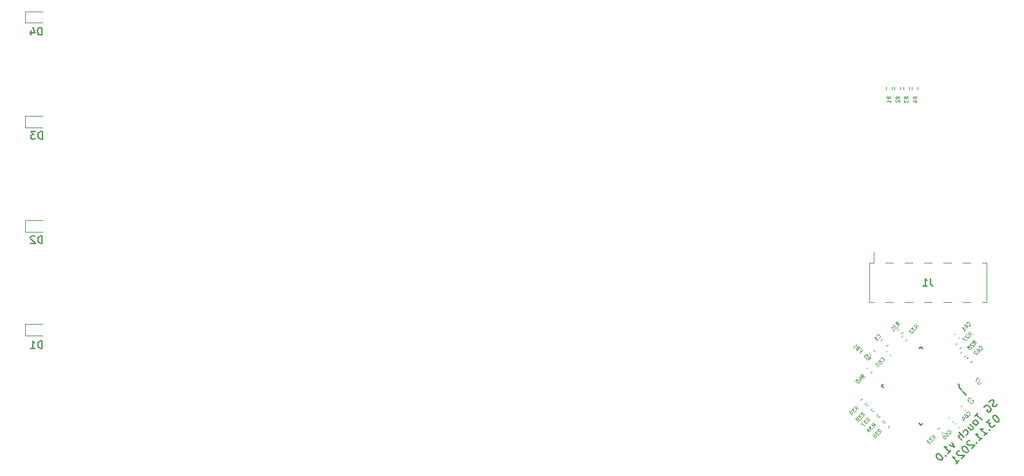
<source format=gbr>
%TF.GenerationSoftware,KiCad,Pcbnew,5.1.9+dfsg1-1~bpo10+1*%
%TF.CreationDate,2021-11-03T11:38:12+01:00*%
%TF.ProjectId,SynthoGame_top,53796e74-686f-4476-916d-655f746f702e,rev?*%
%TF.SameCoordinates,Original*%
%TF.FileFunction,Legend,Bot*%
%TF.FilePolarity,Positive*%
%FSLAX46Y46*%
G04 Gerber Fmt 4.6, Leading zero omitted, Abs format (unit mm)*
G04 Created by KiCad (PCBNEW 5.1.9+dfsg1-1~bpo10+1) date 2021-11-03 11:38:12*
%MOMM*%
%LPD*%
G01*
G04 APERTURE LIST*
%ADD10C,0.200000*%
%ADD11C,0.120000*%
%ADD12C,0.150000*%
%ADD13C,0.100000*%
G04 APERTURE END LIST*
D10*
X215582733Y-113247604D02*
X215515389Y-113382291D01*
X215347031Y-113550650D01*
X215246015Y-113584321D01*
X215178672Y-113584321D01*
X215077657Y-113550650D01*
X215010313Y-113483306D01*
X214976641Y-113382291D01*
X214976641Y-113314947D01*
X215010313Y-113213932D01*
X215111328Y-113045573D01*
X215145000Y-112944558D01*
X215145000Y-112877215D01*
X215111328Y-112776199D01*
X215043985Y-112708856D01*
X214942970Y-112675184D01*
X214875626Y-112675184D01*
X214774611Y-112708856D01*
X214606252Y-112877215D01*
X214538909Y-113011902D01*
X213865473Y-113685337D02*
X213899145Y-113584321D01*
X214000160Y-113483306D01*
X214134847Y-113415963D01*
X214269534Y-113415963D01*
X214370550Y-113449634D01*
X214538909Y-113550650D01*
X214639924Y-113651665D01*
X214740939Y-113820024D01*
X214774611Y-113921039D01*
X214774611Y-114055726D01*
X214707267Y-114190413D01*
X214639924Y-114257757D01*
X214505237Y-114325100D01*
X214437893Y-114325100D01*
X214202191Y-114089398D01*
X214336878Y-113954711D01*
X213057351Y-114426115D02*
X212653290Y-114830176D01*
X213562428Y-115335253D02*
X212855321Y-114628146D01*
X213023680Y-115874001D02*
X213057351Y-115772985D01*
X213057351Y-115705642D01*
X213023680Y-115604627D01*
X212821649Y-115402596D01*
X212720634Y-115368924D01*
X212653290Y-115368924D01*
X212552275Y-115402596D01*
X212451260Y-115503611D01*
X212417588Y-115604627D01*
X212417588Y-115671970D01*
X212451260Y-115772985D01*
X212653290Y-115975016D01*
X212754306Y-116008688D01*
X212821649Y-116008688D01*
X212922664Y-115975016D01*
X213023680Y-115874001D01*
X211710481Y-116244390D02*
X212181886Y-116715794D01*
X212013527Y-115941344D02*
X212383916Y-116311733D01*
X212417588Y-116412749D01*
X212383916Y-116513764D01*
X212282901Y-116614779D01*
X212181886Y-116648451D01*
X212114542Y-116648451D01*
X211508451Y-117321886D02*
X211609466Y-117288214D01*
X211744153Y-117153527D01*
X211777825Y-117052512D01*
X211777825Y-116985168D01*
X211744153Y-116884153D01*
X211542123Y-116682123D01*
X211441107Y-116648451D01*
X211373764Y-116648451D01*
X211272749Y-116682123D01*
X211138062Y-116816810D01*
X211104390Y-116917825D01*
X211239077Y-117658603D02*
X210531970Y-116951497D01*
X210936031Y-117961649D02*
X210565642Y-117591260D01*
X210531970Y-117490245D01*
X210565642Y-117389229D01*
X210666657Y-117288214D01*
X210767672Y-117254542D01*
X210835016Y-117254542D01*
X209656505Y-118298367D02*
X209959550Y-118938130D01*
X209319787Y-118635084D01*
X209151428Y-119746252D02*
X209555489Y-119342191D01*
X209353459Y-119544222D02*
X208646352Y-118837115D01*
X208814711Y-118870786D01*
X208949398Y-118870786D01*
X209050413Y-118837115D01*
X208781039Y-119981954D02*
X208781039Y-120049298D01*
X208848383Y-120049298D01*
X208848383Y-119981954D01*
X208781039Y-119981954D01*
X208848383Y-120049298D01*
X207669871Y-119813596D02*
X207602528Y-119880939D01*
X207568856Y-119981954D01*
X207568856Y-120049298D01*
X207602528Y-120150313D01*
X207703543Y-120318672D01*
X207871902Y-120487031D01*
X208040260Y-120588046D01*
X208141276Y-120621718D01*
X208208619Y-120621718D01*
X208309634Y-120588046D01*
X208376978Y-120520702D01*
X208410650Y-120419687D01*
X208410650Y-120352344D01*
X208376978Y-120251328D01*
X208275963Y-120082970D01*
X208107604Y-119914611D01*
X207939245Y-119813596D01*
X207838230Y-119779924D01*
X207770886Y-119779924D01*
X207669871Y-119813596D01*
X215101227Y-114786403D02*
X215033884Y-114853747D01*
X215000212Y-114954762D01*
X215000212Y-115022106D01*
X215033884Y-115123121D01*
X215134899Y-115291480D01*
X215303258Y-115459839D01*
X215471616Y-115560854D01*
X215572632Y-115594526D01*
X215639975Y-115594526D01*
X215740991Y-115560854D01*
X215808334Y-115493510D01*
X215842006Y-115392495D01*
X215842006Y-115325152D01*
X215808334Y-115224136D01*
X215707319Y-115055777D01*
X215538960Y-114887419D01*
X215370601Y-114786403D01*
X215269586Y-114752732D01*
X215202242Y-114752732D01*
X215101227Y-114786403D01*
X214629823Y-115257808D02*
X214192090Y-115695541D01*
X214697166Y-115729213D01*
X214596151Y-115830228D01*
X214562479Y-115931243D01*
X214562479Y-115998587D01*
X214596151Y-116099602D01*
X214764510Y-116267961D01*
X214865525Y-116301632D01*
X214932868Y-116301632D01*
X215033884Y-116267961D01*
X215235914Y-116065930D01*
X215269586Y-115964915D01*
X215269586Y-115897571D01*
X214528807Y-116638350D02*
X214528807Y-116705693D01*
X214596151Y-116705693D01*
X214596151Y-116638350D01*
X214528807Y-116638350D01*
X214596151Y-116705693D01*
X213889044Y-117412800D02*
X214293105Y-117008739D01*
X214091075Y-117210770D02*
X213383968Y-116503663D01*
X213552327Y-116537335D01*
X213687014Y-116537335D01*
X213788029Y-116503663D01*
X213215609Y-118086235D02*
X213619670Y-117682174D01*
X213417640Y-117884205D02*
X212710533Y-117177098D01*
X212878892Y-117210770D01*
X213013579Y-117210770D01*
X213114594Y-117177098D01*
X212845220Y-118321937D02*
X212845220Y-118389281D01*
X212912563Y-118389281D01*
X212912563Y-118321937D01*
X212845220Y-118321937D01*
X212912563Y-118389281D01*
X211969754Y-118052563D02*
X211902411Y-118052563D01*
X211801396Y-118086235D01*
X211633037Y-118254594D01*
X211599365Y-118355609D01*
X211599365Y-118422953D01*
X211633037Y-118523968D01*
X211700380Y-118591311D01*
X211835067Y-118658655D01*
X212643189Y-118658655D01*
X212205457Y-119096388D01*
X211060617Y-118827014D02*
X210993274Y-118894357D01*
X210959602Y-118995372D01*
X210959602Y-119062716D01*
X210993274Y-119163731D01*
X211094289Y-119332090D01*
X211262648Y-119500449D01*
X211431006Y-119601464D01*
X211532022Y-119635136D01*
X211599365Y-119635136D01*
X211700380Y-119601464D01*
X211767724Y-119534120D01*
X211801396Y-119433105D01*
X211801396Y-119365762D01*
X211767724Y-119264746D01*
X211666709Y-119096388D01*
X211498350Y-118928029D01*
X211329991Y-118827014D01*
X211228976Y-118793342D01*
X211161632Y-118793342D01*
X211060617Y-118827014D01*
X210622884Y-119399433D02*
X210555541Y-119399433D01*
X210454526Y-119433105D01*
X210286167Y-119601464D01*
X210252495Y-119702479D01*
X210252495Y-119769823D01*
X210286167Y-119870838D01*
X210353510Y-119938181D01*
X210488197Y-120005525D01*
X211296319Y-120005525D01*
X210858587Y-120443258D01*
X210185152Y-121116693D02*
X210589213Y-120712632D01*
X210387182Y-120914662D02*
X209680075Y-120207555D01*
X209848434Y-120241227D01*
X209983121Y-120241227D01*
X210084136Y-120207555D01*
D11*
%TO.C,C61*%
X210478307Y-104550810D02*
X210630810Y-104398307D01*
X209969190Y-104041693D02*
X210121693Y-103889190D01*
%TO.C,C62*%
X211559190Y-107241693D02*
X211711693Y-107089190D01*
X212068307Y-107750810D02*
X212220810Y-107598307D01*
%TO.C,C64*%
X209959190Y-115841693D02*
X210111693Y-115689190D01*
X210468307Y-116350810D02*
X210620810Y-116198307D01*
%TO.C,C65*%
X201518307Y-106840810D02*
X201670810Y-106688307D01*
X201009190Y-106331693D02*
X201161693Y-106179190D01*
%TO.C,C66*%
X209209190Y-115071693D02*
X209361693Y-114919190D01*
X209718307Y-115580810D02*
X209870810Y-115428307D01*
%TO.C,R27*%
X210660060Y-105967341D02*
X210877341Y-105750060D01*
X210122659Y-105429940D02*
X210339940Y-105212659D01*
%TO.C,R28*%
X211260060Y-107047341D02*
X211477341Y-106830060D01*
X210722659Y-106509940D02*
X210939940Y-106292659D01*
%TO.C,R31*%
X202960060Y-104007341D02*
X203177341Y-103790060D01*
X202422659Y-103469940D02*
X202639940Y-103252659D01*
%TO.C,R32*%
X203022659Y-104389940D02*
X203239940Y-104172659D01*
X203560060Y-104927341D02*
X203777341Y-104710060D01*
%TO.C,R33*%
X207762659Y-116539940D02*
X207979940Y-116322659D01*
X208300060Y-117077341D02*
X208517341Y-116860060D01*
%TO.C,R35*%
X200662344Y-115788467D02*
X200879625Y-115571186D01*
X201199745Y-116325868D02*
X201417026Y-116108587D01*
%TO.C,R36*%
X200436069Y-115562192D02*
X200653350Y-115344911D01*
X199898668Y-115024791D02*
X200115949Y-114807510D01*
%TO.C,R37*%
X199149135Y-114261117D02*
X199366416Y-114043836D01*
X199686536Y-114798518D02*
X199903817Y-114581237D01*
%TO.C,R38*%
X198922860Y-114034844D02*
X199140141Y-113817563D01*
X198385459Y-113497443D02*
X198602740Y-113280162D01*
%TO.C,R39*%
X197621784Y-112733766D02*
X197839065Y-112516485D01*
X198159185Y-113271167D02*
X198376466Y-113053886D01*
%TO.C,R40*%
X198940060Y-109137341D02*
X199157341Y-108920060D01*
X198402659Y-108599940D02*
X198619940Y-108382659D01*
D12*
%TO.C,U7*%
X210676524Y-110870000D02*
X210517425Y-111029099D01*
X205550000Y-105743476D02*
X205320190Y-105973286D01*
X200423476Y-110870000D02*
X200653286Y-110640190D01*
X205550000Y-115996524D02*
X205779810Y-115766714D01*
X210676524Y-110870000D02*
X210446714Y-110640190D01*
X205550000Y-115996524D02*
X205320190Y-115766714D01*
X200423476Y-110870000D02*
X200653286Y-111099810D01*
X205550000Y-105743476D02*
X205779810Y-105973286D01*
X210517425Y-111029099D02*
X211525052Y-112036726D01*
D11*
%TO.C,J1*%
X198810000Y-94675000D02*
X198810000Y-99875000D01*
X214170000Y-94675000D02*
X214170000Y-99875000D01*
X199380000Y-93235000D02*
X199380000Y-94675000D01*
X198810000Y-94675000D02*
X199380000Y-94675000D01*
X198810000Y-99875000D02*
X199380000Y-99875000D01*
X213600000Y-94675000D02*
X214170000Y-94675000D01*
X213600000Y-99875000D02*
X214170000Y-99875000D01*
X200900000Y-94675000D02*
X201920000Y-94675000D01*
X200900000Y-99875000D02*
X201920000Y-99875000D01*
X203440000Y-94675000D02*
X204460000Y-94675000D01*
X203440000Y-99875000D02*
X204460000Y-99875000D01*
X205980000Y-94675000D02*
X207000000Y-94675000D01*
X205980000Y-99875000D02*
X207000000Y-99875000D01*
X208520000Y-94675000D02*
X209540000Y-94675000D01*
X208520000Y-99875000D02*
X209540000Y-99875000D01*
X211060000Y-94675000D02*
X212080000Y-94675000D01*
X211060000Y-99875000D02*
X212080000Y-99875000D01*
%TO.C,C1*%
X200289970Y-104908781D02*
X200488781Y-104709970D01*
X201011219Y-105630030D02*
X201210030Y-105431219D01*
%TO.C,C2*%
X211480810Y-113898307D02*
X211328307Y-114050810D01*
X210971693Y-113389190D02*
X210819190Y-113541693D01*
%TO.C,D1*%
X90250000Y-104235000D02*
X87965000Y-104235000D01*
X87965000Y-104235000D02*
X87965000Y-102765000D01*
X87965000Y-102765000D02*
X90250000Y-102765000D01*
%TO.C,D2*%
X90250000Y-90585000D02*
X87965000Y-90585000D01*
X87965000Y-90585000D02*
X87965000Y-89115000D01*
X87965000Y-89115000D02*
X90250000Y-89115000D01*
%TO.C,D3*%
X87977500Y-75415000D02*
X90262500Y-75415000D01*
X87977500Y-76885000D02*
X87977500Y-75415000D01*
X90262500Y-76885000D02*
X87977500Y-76885000D01*
%TO.C,D4*%
X87915000Y-61665000D02*
X90200000Y-61665000D01*
X87915000Y-63135000D02*
X87915000Y-61665000D01*
X90200000Y-63135000D02*
X87915000Y-63135000D01*
%TO.C,R1*%
X200990000Y-71596359D02*
X200990000Y-71903641D01*
X201750000Y-71596359D02*
X201750000Y-71903641D01*
%TO.C,R2*%
X202120000Y-71586359D02*
X202120000Y-71893641D01*
X202880000Y-71586359D02*
X202880000Y-71893641D01*
%TO.C,R3*%
X204020000Y-71576359D02*
X204020000Y-71883641D01*
X203260000Y-71576359D02*
X203260000Y-71883641D01*
%TO.C,R4*%
X205170000Y-71576359D02*
X205170000Y-71883641D01*
X204410000Y-71576359D02*
X204410000Y-71883641D01*
%TO.C,R5*%
X199290060Y-106112659D02*
X199507341Y-106329940D01*
X198752659Y-106650060D02*
X198969940Y-106867341D01*
%TO.C,C61*%
D13*
X211843553Y-102938984D02*
X211877225Y-102938984D01*
X211944568Y-102905312D01*
X211978240Y-102871641D01*
X212011912Y-102804297D01*
X212011912Y-102736954D01*
X211995076Y-102686446D01*
X211944568Y-102602267D01*
X211894061Y-102551759D01*
X211809881Y-102501251D01*
X211759374Y-102484416D01*
X211692030Y-102484416D01*
X211624687Y-102518087D01*
X211591015Y-102551759D01*
X211557343Y-102619103D01*
X211557343Y-102652774D01*
X211220625Y-102922148D02*
X211287969Y-102854805D01*
X211338477Y-102837969D01*
X211372148Y-102837969D01*
X211456328Y-102854805D01*
X211540507Y-102905312D01*
X211675194Y-103040000D01*
X211692030Y-103090507D01*
X211692030Y-103124179D01*
X211675194Y-103174687D01*
X211607851Y-103242030D01*
X211557343Y-103258866D01*
X211523671Y-103258866D01*
X211473164Y-103242030D01*
X211388984Y-103157851D01*
X211372148Y-103107343D01*
X211372148Y-103073671D01*
X211388984Y-103023164D01*
X211456328Y-102955820D01*
X211506835Y-102938984D01*
X211540507Y-102938984D01*
X211591015Y-102955820D01*
X211203790Y-103646091D02*
X211405820Y-103444061D01*
X211304805Y-103545076D02*
X210951251Y-103191522D01*
X211035431Y-103208358D01*
X211102774Y-103208358D01*
X211153282Y-103191522D01*
%TO.C,C62*%
X213443553Y-106088984D02*
X213477225Y-106088984D01*
X213544568Y-106055312D01*
X213578240Y-106021641D01*
X213611912Y-105954297D01*
X213611912Y-105886954D01*
X213595076Y-105836446D01*
X213544568Y-105752267D01*
X213494061Y-105701759D01*
X213409881Y-105651251D01*
X213359374Y-105634416D01*
X213292030Y-105634416D01*
X213224687Y-105668087D01*
X213191015Y-105701759D01*
X213157343Y-105769103D01*
X213157343Y-105802774D01*
X212820625Y-106072148D02*
X212887969Y-106004805D01*
X212938477Y-105987969D01*
X212972148Y-105987969D01*
X213056328Y-106004805D01*
X213140507Y-106055312D01*
X213275194Y-106190000D01*
X213292030Y-106240507D01*
X213292030Y-106274179D01*
X213275194Y-106324687D01*
X213207851Y-106392030D01*
X213157343Y-106408866D01*
X213123671Y-106408866D01*
X213073164Y-106392030D01*
X212988984Y-106307851D01*
X212972148Y-106257343D01*
X212972148Y-106223671D01*
X212988984Y-106173164D01*
X213056328Y-106105820D01*
X213106835Y-106088984D01*
X213140507Y-106088984D01*
X213191015Y-106105820D01*
X212685938Y-106274179D02*
X212652267Y-106274179D01*
X212601759Y-106291015D01*
X212517580Y-106375194D01*
X212500744Y-106425702D01*
X212500744Y-106459374D01*
X212517580Y-106509881D01*
X212551251Y-106543553D01*
X212618595Y-106577225D01*
X213022656Y-106577225D01*
X212803790Y-106796091D01*
%TO.C,C64*%
X211853553Y-114718984D02*
X211887225Y-114718984D01*
X211954568Y-114685312D01*
X211988240Y-114651641D01*
X212021912Y-114584297D01*
X212021912Y-114516954D01*
X212005076Y-114466446D01*
X211954568Y-114382267D01*
X211904061Y-114331759D01*
X211819881Y-114281251D01*
X211769374Y-114264416D01*
X211702030Y-114264416D01*
X211634687Y-114298087D01*
X211601015Y-114331759D01*
X211567343Y-114399103D01*
X211567343Y-114432774D01*
X211230625Y-114702148D02*
X211297969Y-114634805D01*
X211348477Y-114617969D01*
X211382148Y-114617969D01*
X211466328Y-114634805D01*
X211550507Y-114685312D01*
X211685194Y-114820000D01*
X211702030Y-114870507D01*
X211702030Y-114904179D01*
X211685194Y-114954687D01*
X211617851Y-115022030D01*
X211567343Y-115038866D01*
X211533671Y-115038866D01*
X211483164Y-115022030D01*
X211398984Y-114937851D01*
X211382148Y-114887343D01*
X211382148Y-114853671D01*
X211398984Y-114803164D01*
X211466328Y-114735820D01*
X211516835Y-114718984D01*
X211550507Y-114718984D01*
X211601015Y-114735820D01*
X211011759Y-115156717D02*
X211247461Y-115392419D01*
X210961251Y-114937851D02*
X211297969Y-115106209D01*
X211079103Y-115325076D01*
%TO.C,C65*%
X200533553Y-107618984D02*
X200567225Y-107618984D01*
X200634568Y-107585312D01*
X200668240Y-107551641D01*
X200701912Y-107484297D01*
X200701912Y-107416954D01*
X200685076Y-107366446D01*
X200634568Y-107282267D01*
X200584061Y-107231759D01*
X200499881Y-107181251D01*
X200449374Y-107164416D01*
X200382030Y-107164416D01*
X200314687Y-107198087D01*
X200281015Y-107231759D01*
X200247343Y-107299103D01*
X200247343Y-107332774D01*
X199910625Y-107602148D02*
X199977969Y-107534805D01*
X200028477Y-107517969D01*
X200062148Y-107517969D01*
X200146328Y-107534805D01*
X200230507Y-107585312D01*
X200365194Y-107720000D01*
X200382030Y-107770507D01*
X200382030Y-107804179D01*
X200365194Y-107854687D01*
X200297851Y-107922030D01*
X200247343Y-107938866D01*
X200213671Y-107938866D01*
X200163164Y-107922030D01*
X200078984Y-107837851D01*
X200062148Y-107787343D01*
X200062148Y-107753671D01*
X200078984Y-107703164D01*
X200146328Y-107635820D01*
X200196835Y-107618984D01*
X200230507Y-107618984D01*
X200281015Y-107635820D01*
X199557072Y-107955702D02*
X199725431Y-107787343D01*
X199910625Y-107938866D01*
X199876954Y-107938866D01*
X199826446Y-107955702D01*
X199742267Y-108039881D01*
X199725431Y-108090389D01*
X199725431Y-108124061D01*
X199742267Y-108174568D01*
X199826446Y-108258748D01*
X199876954Y-108275583D01*
X199910625Y-108275583D01*
X199961133Y-108258748D01*
X200045312Y-108174568D01*
X200062148Y-108124061D01*
X200062148Y-108090389D01*
%TO.C,C66*%
X209313553Y-117128983D02*
X209347225Y-117128983D01*
X209414568Y-117095311D01*
X209448240Y-117061640D01*
X209481912Y-116994296D01*
X209481912Y-116926953D01*
X209465076Y-116876445D01*
X209414568Y-116792266D01*
X209364061Y-116741758D01*
X209279881Y-116691250D01*
X209229374Y-116674415D01*
X209162030Y-116674415D01*
X209094687Y-116708086D01*
X209061015Y-116741758D01*
X209027343Y-116809102D01*
X209027343Y-116842773D01*
X208690625Y-117112147D02*
X208757969Y-117044804D01*
X208808477Y-117027968D01*
X208842148Y-117027968D01*
X208926328Y-117044804D01*
X209010507Y-117095311D01*
X209145194Y-117229999D01*
X209162030Y-117280506D01*
X209162030Y-117314178D01*
X209145194Y-117364686D01*
X209077851Y-117432029D01*
X209027343Y-117448865D01*
X208993671Y-117448865D01*
X208943164Y-117432029D01*
X208858984Y-117347850D01*
X208842148Y-117297342D01*
X208842148Y-117263670D01*
X208858984Y-117213163D01*
X208926328Y-117145819D01*
X208976835Y-117128983D01*
X209010507Y-117128983D01*
X209061015Y-117145819D01*
X208353908Y-117448865D02*
X208421251Y-117381521D01*
X208471759Y-117364686D01*
X208505431Y-117364686D01*
X208589610Y-117381521D01*
X208673790Y-117432029D01*
X208808477Y-117566716D01*
X208825312Y-117617224D01*
X208825312Y-117650895D01*
X208808477Y-117701403D01*
X208741133Y-117768747D01*
X208690625Y-117785582D01*
X208656954Y-117785582D01*
X208606446Y-117768747D01*
X208522267Y-117684567D01*
X208505431Y-117634060D01*
X208505431Y-117600388D01*
X208522267Y-117549880D01*
X208589610Y-117482537D01*
X208640118Y-117465701D01*
X208673790Y-117465701D01*
X208724297Y-117482537D01*
%TO.C,R27*%
X212018596Y-104306432D02*
X211968088Y-104020222D01*
X212220626Y-104104401D02*
X211867073Y-103750848D01*
X211732386Y-103885535D01*
X211715550Y-103936043D01*
X211715550Y-103969714D01*
X211732386Y-104020222D01*
X211782893Y-104070730D01*
X211833401Y-104087566D01*
X211867073Y-104087566D01*
X211917580Y-104070730D01*
X212052267Y-103936043D01*
X211564027Y-104121237D02*
X211530355Y-104121237D01*
X211479848Y-104138073D01*
X211395668Y-104222253D01*
X211378832Y-104272760D01*
X211378832Y-104306432D01*
X211395668Y-104356940D01*
X211429340Y-104390611D01*
X211496683Y-104424283D01*
X211900745Y-104424283D01*
X211681878Y-104643150D01*
X211210474Y-104407447D02*
X210974771Y-104643150D01*
X211479848Y-104845180D01*
%TO.C,R28*%
X212661022Y-105400574D02*
X212610514Y-105114364D01*
X212863052Y-105198543D02*
X212509499Y-104844990D01*
X212374812Y-104979677D01*
X212357976Y-105030185D01*
X212357976Y-105063856D01*
X212374812Y-105114364D01*
X212425319Y-105164872D01*
X212475827Y-105181708D01*
X212509499Y-105181708D01*
X212560006Y-105164872D01*
X212694693Y-105030185D01*
X212206453Y-105215379D02*
X212172781Y-105215379D01*
X212122274Y-105232215D01*
X212038094Y-105316395D01*
X212021258Y-105366902D01*
X212021258Y-105400574D01*
X212038094Y-105451082D01*
X212071766Y-105484753D01*
X212139109Y-105518425D01*
X212543171Y-105518425D01*
X212324304Y-105737292D01*
X211920243Y-105737292D02*
X211937079Y-105686784D01*
X211937079Y-105653112D01*
X211920243Y-105602605D01*
X211903407Y-105585769D01*
X211852900Y-105568933D01*
X211819228Y-105568933D01*
X211768720Y-105585769D01*
X211701377Y-105653112D01*
X211684541Y-105703620D01*
X211684541Y-105737292D01*
X211701377Y-105787799D01*
X211718213Y-105804635D01*
X211768720Y-105821471D01*
X211802392Y-105821471D01*
X211852900Y-105804635D01*
X211920243Y-105737292D01*
X211970751Y-105720456D01*
X212004422Y-105720456D01*
X212054930Y-105737292D01*
X212122274Y-105804635D01*
X212139109Y-105855143D01*
X212139109Y-105888814D01*
X212122274Y-105939322D01*
X212054930Y-106006666D01*
X212004422Y-106023501D01*
X211970751Y-106023501D01*
X211920243Y-106006666D01*
X211852900Y-105939322D01*
X211836064Y-105888814D01*
X211836064Y-105855143D01*
X211852900Y-105804635D01*
%TO.C,R31*%
X202597225Y-102942656D02*
X202546717Y-102656446D01*
X202799255Y-102740625D02*
X202445702Y-102387072D01*
X202311015Y-102521759D01*
X202294179Y-102572267D01*
X202294179Y-102605938D01*
X202311015Y-102656446D01*
X202361522Y-102706954D01*
X202412030Y-102723790D01*
X202445702Y-102723790D01*
X202496209Y-102706954D01*
X202630896Y-102572267D01*
X202125820Y-102706954D02*
X201906954Y-102925820D01*
X202159492Y-102942656D01*
X202108984Y-102993164D01*
X202092148Y-103043671D01*
X202092148Y-103077343D01*
X202108984Y-103127851D01*
X202193164Y-103212030D01*
X202243671Y-103228866D01*
X202277343Y-103228866D01*
X202327851Y-103212030D01*
X202428866Y-103111015D01*
X202445702Y-103060507D01*
X202445702Y-103026835D01*
X201923790Y-103616091D02*
X202125820Y-103414061D01*
X202024805Y-103515076D02*
X201671251Y-103161522D01*
X201755431Y-103178358D01*
X201822774Y-103178358D01*
X201873282Y-103161522D01*
%TO.C,R32*%
X204996378Y-103301788D02*
X204945870Y-103015578D01*
X205198408Y-103099757D02*
X204844855Y-102746204D01*
X204710168Y-102880891D01*
X204693332Y-102931399D01*
X204693332Y-102965070D01*
X204710168Y-103015578D01*
X204760675Y-103066086D01*
X204811183Y-103082922D01*
X204844855Y-103082922D01*
X204895362Y-103066086D01*
X205030049Y-102931399D01*
X204524973Y-103066086D02*
X204306107Y-103284952D01*
X204558645Y-103301788D01*
X204508137Y-103352296D01*
X204491301Y-103402803D01*
X204491301Y-103436475D01*
X204508137Y-103486983D01*
X204592317Y-103571162D01*
X204642824Y-103587998D01*
X204676496Y-103587998D01*
X204727004Y-103571162D01*
X204828019Y-103470147D01*
X204844855Y-103419639D01*
X204844855Y-103385967D01*
X204205091Y-103453311D02*
X204171420Y-103453311D01*
X204120912Y-103470147D01*
X204036733Y-103554326D01*
X204019897Y-103604834D01*
X204019897Y-103638506D01*
X204036733Y-103689013D01*
X204070404Y-103722685D01*
X204137748Y-103756357D01*
X204541809Y-103756357D01*
X204322943Y-103975223D01*
%TO.C,R33*%
X207332215Y-117813524D02*
X207281707Y-117527314D01*
X207534245Y-117611493D02*
X207180692Y-117257940D01*
X207046005Y-117392627D01*
X207029169Y-117443135D01*
X207029169Y-117476806D01*
X207046005Y-117527314D01*
X207096512Y-117577822D01*
X207147020Y-117594658D01*
X207180692Y-117594658D01*
X207231199Y-117577822D01*
X207365886Y-117443135D01*
X206860810Y-117577822D02*
X206641944Y-117796688D01*
X206894482Y-117813524D01*
X206843974Y-117864032D01*
X206827138Y-117914539D01*
X206827138Y-117948211D01*
X206843974Y-117998719D01*
X206928154Y-118082898D01*
X206978661Y-118099734D01*
X207012333Y-118099734D01*
X207062841Y-118082898D01*
X207163856Y-117981883D01*
X207180692Y-117931375D01*
X207180692Y-117897703D01*
X206524093Y-117914539D02*
X206305226Y-118133406D01*
X206557764Y-118150242D01*
X206507257Y-118200749D01*
X206490421Y-118251257D01*
X206490421Y-118284929D01*
X206507257Y-118335436D01*
X206591436Y-118419616D01*
X206641944Y-118436451D01*
X206675615Y-118436451D01*
X206726123Y-118419616D01*
X206827138Y-118318600D01*
X206843974Y-118268093D01*
X206843974Y-118234421D01*
%TO.C,R35*%
X200203615Y-117047909D02*
X200153107Y-116761699D01*
X200405645Y-116845878D02*
X200052092Y-116492325D01*
X199917405Y-116627012D01*
X199900569Y-116677520D01*
X199900569Y-116711191D01*
X199917405Y-116761699D01*
X199967912Y-116812207D01*
X200018420Y-116829043D01*
X200052092Y-116829043D01*
X200102599Y-116812207D01*
X200237286Y-116677520D01*
X199732210Y-116812207D02*
X199513344Y-117031073D01*
X199765882Y-117047909D01*
X199715374Y-117098417D01*
X199698538Y-117148924D01*
X199698538Y-117182596D01*
X199715374Y-117233104D01*
X199799554Y-117317283D01*
X199850061Y-117334119D01*
X199883733Y-117334119D01*
X199934241Y-117317283D01*
X200035256Y-117216268D01*
X200052092Y-117165760D01*
X200052092Y-117132088D01*
X199193462Y-117350955D02*
X199361821Y-117182596D01*
X199547015Y-117334119D01*
X199513344Y-117334119D01*
X199462836Y-117350955D01*
X199378657Y-117435134D01*
X199361821Y-117485642D01*
X199361821Y-117519314D01*
X199378657Y-117569821D01*
X199462836Y-117654001D01*
X199513344Y-117670836D01*
X199547015Y-117670836D01*
X199597523Y-117654001D01*
X199681702Y-117569821D01*
X199698538Y-117519314D01*
X199698538Y-117485642D01*
%TO.C,R36*%
X199411655Y-116270091D02*
X199361147Y-115983881D01*
X199613685Y-116068060D02*
X199260132Y-115714507D01*
X199125445Y-115849194D01*
X199108609Y-115899702D01*
X199108609Y-115933373D01*
X199125445Y-115983881D01*
X199175952Y-116034389D01*
X199226460Y-116051225D01*
X199260132Y-116051225D01*
X199310639Y-116034389D01*
X199445326Y-115899702D01*
X198940250Y-116034389D02*
X198721384Y-116253255D01*
X198973922Y-116270091D01*
X198923414Y-116320599D01*
X198906578Y-116371106D01*
X198906578Y-116404778D01*
X198923414Y-116455286D01*
X199007594Y-116539465D01*
X199058101Y-116556301D01*
X199091773Y-116556301D01*
X199142281Y-116539465D01*
X199243296Y-116438450D01*
X199260132Y-116387942D01*
X199260132Y-116354270D01*
X198418338Y-116556301D02*
X198485681Y-116488957D01*
X198536189Y-116472122D01*
X198569861Y-116472122D01*
X198654040Y-116488957D01*
X198738220Y-116539465D01*
X198872907Y-116674152D01*
X198889742Y-116724660D01*
X198889742Y-116758331D01*
X198872907Y-116808839D01*
X198805563Y-116876183D01*
X198755055Y-116893018D01*
X198721384Y-116893018D01*
X198670876Y-116876183D01*
X198586697Y-116792003D01*
X198569861Y-116741496D01*
X198569861Y-116707824D01*
X198586697Y-116657316D01*
X198654040Y-116589973D01*
X198704548Y-116573137D01*
X198738220Y-116573137D01*
X198788727Y-116589973D01*
%TO.C,R37*%
X198704548Y-115520559D02*
X198654040Y-115234349D01*
X198906578Y-115318528D02*
X198553025Y-114964975D01*
X198418338Y-115099662D01*
X198401502Y-115150170D01*
X198401502Y-115183841D01*
X198418338Y-115234349D01*
X198468845Y-115284857D01*
X198519353Y-115301693D01*
X198553025Y-115301693D01*
X198603532Y-115284857D01*
X198738219Y-115150170D01*
X198233143Y-115284857D02*
X198014277Y-115503723D01*
X198266815Y-115520559D01*
X198216307Y-115571067D01*
X198199471Y-115621574D01*
X198199471Y-115655246D01*
X198216307Y-115705754D01*
X198300487Y-115789933D01*
X198350994Y-115806769D01*
X198384666Y-115806769D01*
X198435174Y-115789933D01*
X198536189Y-115688918D01*
X198553025Y-115638410D01*
X198553025Y-115604738D01*
X197896426Y-115621574D02*
X197660723Y-115857277D01*
X198165800Y-116059307D01*
%TO.C,R38*%
X197997442Y-114855879D02*
X197946934Y-114569669D01*
X198199472Y-114653848D02*
X197845919Y-114300295D01*
X197711232Y-114434982D01*
X197694396Y-114485490D01*
X197694396Y-114519161D01*
X197711232Y-114569669D01*
X197761739Y-114620177D01*
X197812247Y-114637013D01*
X197845919Y-114637013D01*
X197896426Y-114620177D01*
X198031113Y-114485490D01*
X197526037Y-114620177D02*
X197307171Y-114839043D01*
X197559709Y-114855879D01*
X197509201Y-114906387D01*
X197492365Y-114956894D01*
X197492365Y-114990566D01*
X197509201Y-115041074D01*
X197593381Y-115125253D01*
X197643888Y-115142089D01*
X197677560Y-115142089D01*
X197728068Y-115125253D01*
X197829083Y-115024238D01*
X197845919Y-114973730D01*
X197845919Y-114940058D01*
X197256663Y-115192597D02*
X197273499Y-115142089D01*
X197273499Y-115108417D01*
X197256663Y-115057910D01*
X197239827Y-115041074D01*
X197189320Y-115024238D01*
X197155648Y-115024238D01*
X197105140Y-115041074D01*
X197037797Y-115108417D01*
X197020961Y-115158925D01*
X197020961Y-115192597D01*
X197037797Y-115243104D01*
X197054633Y-115259940D01*
X197105140Y-115276776D01*
X197138812Y-115276776D01*
X197189320Y-115259940D01*
X197256663Y-115192597D01*
X197307171Y-115175761D01*
X197340842Y-115175761D01*
X197391350Y-115192597D01*
X197458694Y-115259940D01*
X197475529Y-115310448D01*
X197475529Y-115344119D01*
X197458694Y-115394627D01*
X197391350Y-115461971D01*
X197340842Y-115478806D01*
X197307171Y-115478806D01*
X197256663Y-115461971D01*
X197189320Y-115394627D01*
X197172484Y-115344119D01*
X197172484Y-115310448D01*
X197189320Y-115259940D01*
%TO.C,R39*%
X197177197Y-114007350D02*
X197126689Y-113721140D01*
X197379227Y-113805319D02*
X197025674Y-113451766D01*
X196890987Y-113586453D01*
X196874151Y-113636961D01*
X196874151Y-113670632D01*
X196890987Y-113721140D01*
X196941494Y-113771648D01*
X196992002Y-113788484D01*
X197025674Y-113788484D01*
X197076181Y-113771648D01*
X197210868Y-113636961D01*
X196705792Y-113771648D02*
X196486926Y-113990514D01*
X196739464Y-114007350D01*
X196688956Y-114057858D01*
X196672120Y-114108365D01*
X196672120Y-114142037D01*
X196688956Y-114192545D01*
X196773136Y-114276724D01*
X196823643Y-114293560D01*
X196857315Y-114293560D01*
X196907823Y-114276724D01*
X197008838Y-114175709D01*
X197025674Y-114125201D01*
X197025674Y-114091529D01*
X196672120Y-114512426D02*
X196604777Y-114579770D01*
X196554269Y-114596606D01*
X196520597Y-114596606D01*
X196436418Y-114579770D01*
X196352239Y-114529262D01*
X196217552Y-114394575D01*
X196200716Y-114344068D01*
X196200716Y-114310396D01*
X196217552Y-114259888D01*
X196284895Y-114192545D01*
X196335403Y-114175709D01*
X196369075Y-114175709D01*
X196419582Y-114192545D01*
X196503762Y-114276724D01*
X196520597Y-114327232D01*
X196520597Y-114360903D01*
X196503762Y-114411411D01*
X196436418Y-114478755D01*
X196385910Y-114495590D01*
X196352239Y-114495590D01*
X196301731Y-114478755D01*
%TO.C,R40*%
X197986357Y-109859382D02*
X197935849Y-109573172D01*
X198188387Y-109657351D02*
X197834834Y-109303798D01*
X197700147Y-109438485D01*
X197683311Y-109488993D01*
X197683311Y-109522664D01*
X197700147Y-109573172D01*
X197750654Y-109623680D01*
X197801162Y-109640516D01*
X197834834Y-109640516D01*
X197885341Y-109623680D01*
X198020028Y-109488993D01*
X197447609Y-109926726D02*
X197683311Y-110162428D01*
X197397101Y-109707859D02*
X197733819Y-109876218D01*
X197514952Y-110095084D01*
X197077219Y-110061413D02*
X197043548Y-110095084D01*
X197026712Y-110145592D01*
X197026712Y-110179264D01*
X197043548Y-110229771D01*
X197094055Y-110313951D01*
X197178235Y-110398130D01*
X197262414Y-110448638D01*
X197312922Y-110465474D01*
X197346593Y-110465474D01*
X197397101Y-110448638D01*
X197430773Y-110414966D01*
X197447609Y-110364458D01*
X197447609Y-110330787D01*
X197430773Y-110280279D01*
X197380265Y-110196100D01*
X197296086Y-110111920D01*
X197211906Y-110061413D01*
X197161399Y-110044577D01*
X197127727Y-110044577D01*
X197077219Y-110061413D01*
%TO.C,U7*%
X213529532Y-110309365D02*
X213243322Y-110595575D01*
X213192815Y-110612411D01*
X213159143Y-110612411D01*
X213108635Y-110595575D01*
X213041292Y-110528231D01*
X213024456Y-110477724D01*
X213024456Y-110444052D01*
X213041292Y-110393544D01*
X213327502Y-110107334D01*
X213192815Y-109972647D02*
X212957112Y-109736945D01*
X212755082Y-110242021D01*
%TO.C,J1*%
D12*
X206823333Y-96722380D02*
X206823333Y-97436666D01*
X206870952Y-97579523D01*
X206966190Y-97674761D01*
X207109047Y-97722380D01*
X207204285Y-97722380D01*
X205823333Y-97722380D02*
X206394761Y-97722380D01*
X206109047Y-97722380D02*
X206109047Y-96722380D01*
X206204285Y-96865238D01*
X206299523Y-96960476D01*
X206394761Y-97008095D01*
%TO.C,C1*%
D13*
X200025194Y-104537343D02*
X200058866Y-104537343D01*
X200126209Y-104503671D01*
X200159881Y-104470000D01*
X200193553Y-104402656D01*
X200193553Y-104335312D01*
X200176717Y-104284805D01*
X200126209Y-104200625D01*
X200075702Y-104150118D01*
X199991522Y-104099610D01*
X199941015Y-104082774D01*
X199873671Y-104082774D01*
X199806328Y-104116446D01*
X199772656Y-104150118D01*
X199738984Y-104217461D01*
X199738984Y-104251133D01*
X199722148Y-104907732D02*
X199924179Y-104705702D01*
X199823164Y-104806717D02*
X199469610Y-104453164D01*
X199553790Y-104469999D01*
X199621133Y-104469999D01*
X199671641Y-104453164D01*
%TO.C,C2*%
X211972656Y-112975194D02*
X211972656Y-113008866D01*
X212006328Y-113076209D01*
X212040000Y-113109881D01*
X212107343Y-113143553D01*
X212174687Y-113143553D01*
X212225194Y-113126717D01*
X212309374Y-113076209D01*
X212359881Y-113025702D01*
X212410389Y-112941522D01*
X212427225Y-112891015D01*
X212427225Y-112823671D01*
X212393553Y-112756328D01*
X212359881Y-112722656D01*
X212292538Y-112688984D01*
X212258866Y-112688984D01*
X212124179Y-112554297D02*
X212124179Y-112520625D01*
X212107343Y-112470118D01*
X212023164Y-112385938D01*
X211972656Y-112369103D01*
X211938984Y-112369103D01*
X211888477Y-112385938D01*
X211854805Y-112419610D01*
X211821133Y-112486954D01*
X211821133Y-112891015D01*
X211602267Y-112672148D01*
%TO.C,D1*%
D12*
X90188095Y-105932380D02*
X90188095Y-104932380D01*
X89950000Y-104932380D01*
X89807142Y-104980000D01*
X89711904Y-105075238D01*
X89664285Y-105170476D01*
X89616666Y-105360952D01*
X89616666Y-105503809D01*
X89664285Y-105694285D01*
X89711904Y-105789523D01*
X89807142Y-105884761D01*
X89950000Y-105932380D01*
X90188095Y-105932380D01*
X88664285Y-105932380D02*
X89235714Y-105932380D01*
X88950000Y-105932380D02*
X88950000Y-104932380D01*
X89045238Y-105075238D01*
X89140476Y-105170476D01*
X89235714Y-105218095D01*
%TO.C,D2*%
X90188095Y-92122380D02*
X90188095Y-91122380D01*
X89950000Y-91122380D01*
X89807142Y-91170000D01*
X89711904Y-91265238D01*
X89664285Y-91360476D01*
X89616666Y-91550952D01*
X89616666Y-91693809D01*
X89664285Y-91884285D01*
X89711904Y-91979523D01*
X89807142Y-92074761D01*
X89950000Y-92122380D01*
X90188095Y-92122380D01*
X89235714Y-91217619D02*
X89188095Y-91170000D01*
X89092857Y-91122380D01*
X88854761Y-91122380D01*
X88759523Y-91170000D01*
X88711904Y-91217619D01*
X88664285Y-91312857D01*
X88664285Y-91408095D01*
X88711904Y-91550952D01*
X89283333Y-92122380D01*
X88664285Y-92122380D01*
%TO.C,D3*%
X90208095Y-78422380D02*
X90208095Y-77422380D01*
X89970000Y-77422380D01*
X89827142Y-77470000D01*
X89731904Y-77565238D01*
X89684285Y-77660476D01*
X89636666Y-77850952D01*
X89636666Y-77993809D01*
X89684285Y-78184285D01*
X89731904Y-78279523D01*
X89827142Y-78374761D01*
X89970000Y-78422380D01*
X90208095Y-78422380D01*
X89303333Y-77422380D02*
X88684285Y-77422380D01*
X89017619Y-77803333D01*
X88874761Y-77803333D01*
X88779523Y-77850952D01*
X88731904Y-77898571D01*
X88684285Y-77993809D01*
X88684285Y-78231904D01*
X88731904Y-78327142D01*
X88779523Y-78374761D01*
X88874761Y-78422380D01*
X89160476Y-78422380D01*
X89255714Y-78374761D01*
X89303333Y-78327142D01*
%TO.C,D4*%
X90148095Y-64752380D02*
X90148095Y-63752380D01*
X89910000Y-63752380D01*
X89767142Y-63800000D01*
X89671904Y-63895238D01*
X89624285Y-63990476D01*
X89576666Y-64180952D01*
X89576666Y-64323809D01*
X89624285Y-64514285D01*
X89671904Y-64609523D01*
X89767142Y-64704761D01*
X89910000Y-64752380D01*
X90148095Y-64752380D01*
X88719523Y-64085714D02*
X88719523Y-64752380D01*
X88957619Y-63704761D02*
X89195714Y-64419047D01*
X88576666Y-64419047D01*
%TO.C,FB1*%
D13*
X197569881Y-106199374D02*
X197687732Y-106317225D01*
X197502538Y-106502419D02*
X197856091Y-106148866D01*
X197687732Y-105980507D01*
X197266835Y-105896328D02*
X197199492Y-105862656D01*
X197165820Y-105862656D01*
X197115312Y-105879492D01*
X197064805Y-105930000D01*
X197047969Y-105980507D01*
X197047969Y-106014179D01*
X197064805Y-106064687D01*
X197199492Y-106199374D01*
X197553045Y-105845820D01*
X197435194Y-105727969D01*
X197384687Y-105711133D01*
X197351015Y-105711133D01*
X197300507Y-105727969D01*
X197266835Y-105761641D01*
X197250000Y-105812148D01*
X197250000Y-105845820D01*
X197266835Y-105896328D01*
X197384687Y-106014179D01*
X196660744Y-105660625D02*
X196862774Y-105862656D01*
X196761759Y-105761641D02*
X197115312Y-105408087D01*
X197098477Y-105492267D01*
X197098477Y-105559610D01*
X197115312Y-105610118D01*
%TO.C,R1*%
X201596190Y-73126666D02*
X201358095Y-72960000D01*
X201596190Y-72840952D02*
X201096190Y-72840952D01*
X201096190Y-73031428D01*
X201120000Y-73079047D01*
X201143809Y-73102857D01*
X201191428Y-73126666D01*
X201262857Y-73126666D01*
X201310476Y-73102857D01*
X201334285Y-73079047D01*
X201358095Y-73031428D01*
X201358095Y-72840952D01*
X201596190Y-73602857D02*
X201596190Y-73317142D01*
X201596190Y-73460000D02*
X201096190Y-73460000D01*
X201167619Y-73412380D01*
X201215238Y-73364761D01*
X201239047Y-73317142D01*
%TO.C,R2*%
X202726190Y-73096666D02*
X202488095Y-72930000D01*
X202726190Y-72810952D02*
X202226190Y-72810952D01*
X202226190Y-73001428D01*
X202250000Y-73049047D01*
X202273809Y-73072857D01*
X202321428Y-73096666D01*
X202392857Y-73096666D01*
X202440476Y-73072857D01*
X202464285Y-73049047D01*
X202488095Y-73001428D01*
X202488095Y-72810952D01*
X202273809Y-73287142D02*
X202250000Y-73310952D01*
X202226190Y-73358571D01*
X202226190Y-73477619D01*
X202250000Y-73525238D01*
X202273809Y-73549047D01*
X202321428Y-73572857D01*
X202369047Y-73572857D01*
X202440476Y-73549047D01*
X202726190Y-73263333D01*
X202726190Y-73572857D01*
%TO.C,R3*%
X203896190Y-73096666D02*
X203658095Y-72930000D01*
X203896190Y-72810952D02*
X203396190Y-72810952D01*
X203396190Y-73001428D01*
X203420000Y-73049047D01*
X203443809Y-73072857D01*
X203491428Y-73096666D01*
X203562857Y-73096666D01*
X203610476Y-73072857D01*
X203634285Y-73049047D01*
X203658095Y-73001428D01*
X203658095Y-72810952D01*
X203396190Y-73263333D02*
X203396190Y-73572857D01*
X203586666Y-73406190D01*
X203586666Y-73477619D01*
X203610476Y-73525238D01*
X203634285Y-73549047D01*
X203681904Y-73572857D01*
X203800952Y-73572857D01*
X203848571Y-73549047D01*
X203872380Y-73525238D01*
X203896190Y-73477619D01*
X203896190Y-73334761D01*
X203872380Y-73287142D01*
X203848571Y-73263333D01*
%TO.C,R4*%
X205016190Y-73096666D02*
X204778095Y-72930000D01*
X205016190Y-72810952D02*
X204516190Y-72810952D01*
X204516190Y-73001428D01*
X204540000Y-73049047D01*
X204563809Y-73072857D01*
X204611428Y-73096666D01*
X204682857Y-73096666D01*
X204730476Y-73072857D01*
X204754285Y-73049047D01*
X204778095Y-73001428D01*
X204778095Y-72810952D01*
X204682857Y-73525238D02*
X205016190Y-73525238D01*
X204492380Y-73406190D02*
X204849523Y-73287142D01*
X204849523Y-73596666D01*
%TO.C,R5*%
X198368985Y-107298866D02*
X198655195Y-107248358D01*
X198571016Y-107500896D02*
X198924569Y-107147343D01*
X198789882Y-107012656D01*
X198739375Y-106995820D01*
X198705703Y-106995820D01*
X198655195Y-107012656D01*
X198604688Y-107063164D01*
X198587852Y-107113671D01*
X198587852Y-107147343D01*
X198604688Y-107197851D01*
X198739375Y-107332538D01*
X198402657Y-106625431D02*
X198571016Y-106793790D01*
X198419493Y-106978984D01*
X198419493Y-106945312D01*
X198402657Y-106894805D01*
X198318478Y-106810625D01*
X198267970Y-106793790D01*
X198234298Y-106793790D01*
X198183791Y-106810625D01*
X198099611Y-106894805D01*
X198082775Y-106945312D01*
X198082775Y-106978984D01*
X198099611Y-107029492D01*
X198183791Y-107113671D01*
X198234298Y-107130507D01*
X198267970Y-107130507D01*
%TD*%
M02*

</source>
